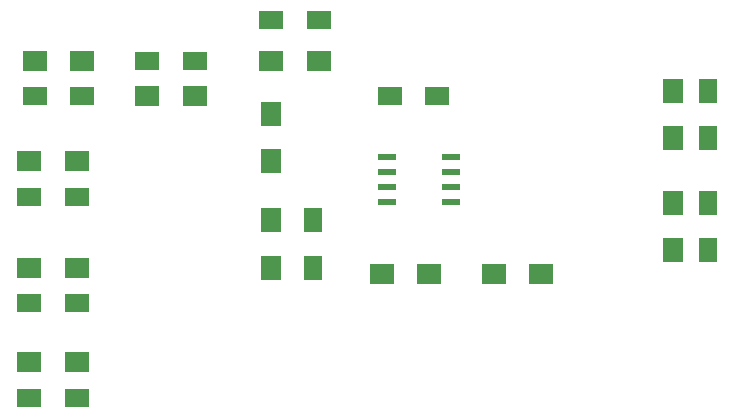
<source format=gbr>
G04 #@! TF.GenerationSoftware,KiCad,Pcbnew,(5.0.0)*
G04 #@! TF.CreationDate,2019-09-20T20:16:55+02:00*
G04 #@! TF.ProjectId,opampprotopcb,6F70616D7070726F746F7063622E6B69,rev?*
G04 #@! TF.SameCoordinates,Original*
G04 #@! TF.FileFunction,Paste,Top*
G04 #@! TF.FilePolarity,Positive*
%FSLAX46Y46*%
G04 Gerber Fmt 4.6, Leading zero omitted, Abs format (unit mm)*
G04 Created by KiCad (PCBNEW (5.0.0)) date 09/20/19 20:16:55*
%MOMM*%
%LPD*%
G01*
G04 APERTURE LIST*
%ADD10R,2.000000X1.600000*%
%ADD11R,1.600000X2.000000*%
%ADD12R,2.000000X1.700000*%
%ADD13R,1.700000X2.000000*%
%ADD14R,1.550000X0.600000*%
G04 APERTURE END LIST*
D10*
G04 #@! TO.C,C1*
X31500000Y-37000000D03*
X27500000Y-37000000D03*
G04 #@! TD*
G04 #@! TO.C,C2*
X31000000Y-62500000D03*
X27000000Y-62500000D03*
G04 #@! TD*
G04 #@! TO.C,C3*
X27000000Y-54500000D03*
X31000000Y-54500000D03*
G04 #@! TD*
G04 #@! TO.C,C4*
X31000000Y-45500000D03*
X27000000Y-45500000D03*
G04 #@! TD*
G04 #@! TO.C,C5*
X41000000Y-34000000D03*
X37000000Y-34000000D03*
G04 #@! TD*
D11*
G04 #@! TO.C,C6*
X51000000Y-47500000D03*
X51000000Y-51500000D03*
G04 #@! TD*
D10*
G04 #@! TO.C,C7*
X47500000Y-30500000D03*
X51500000Y-30500000D03*
G04 #@! TD*
D11*
G04 #@! TO.C,C8*
X84500000Y-36500000D03*
X84500000Y-40500000D03*
G04 #@! TD*
G04 #@! TO.C,C9*
X84500000Y-46000000D03*
X84500000Y-50000000D03*
G04 #@! TD*
D10*
G04 #@! TO.C,C10*
X61500000Y-37000000D03*
X57500000Y-37000000D03*
G04 #@! TD*
D12*
G04 #@! TO.C,R1*
X27500000Y-34000000D03*
X31500000Y-34000000D03*
G04 #@! TD*
G04 #@! TO.C,R2*
X31000000Y-59500000D03*
X27000000Y-59500000D03*
G04 #@! TD*
G04 #@! TO.C,R3*
X31000000Y-51500000D03*
X27000000Y-51500000D03*
G04 #@! TD*
G04 #@! TO.C,R4*
X27000000Y-42500000D03*
X31000000Y-42500000D03*
G04 #@! TD*
G04 #@! TO.C,R5*
X41000000Y-37000000D03*
X37000000Y-37000000D03*
G04 #@! TD*
D13*
G04 #@! TO.C,R6*
X47500000Y-38500000D03*
X47500000Y-42500000D03*
G04 #@! TD*
G04 #@! TO.C,R7*
X47500000Y-51500000D03*
X47500000Y-47500000D03*
G04 #@! TD*
D12*
G04 #@! TO.C,R8*
X47500000Y-34000000D03*
X51500000Y-34000000D03*
G04 #@! TD*
G04 #@! TO.C,R9*
X56860700Y-52021500D03*
X60860700Y-52021500D03*
G04 #@! TD*
G04 #@! TO.C,R10*
X66360700Y-52021500D03*
X70360700Y-52021500D03*
G04 #@! TD*
D13*
G04 #@! TO.C,R11*
X81500000Y-40500000D03*
X81500000Y-36500000D03*
G04 #@! TD*
G04 #@! TO.C,R12*
X81500000Y-46000000D03*
X81500000Y-50000000D03*
G04 #@! TD*
D14*
G04 #@! TO.C,U1*
X62700000Y-42095000D03*
X62700000Y-43365000D03*
X62700000Y-44635000D03*
X62700000Y-45905000D03*
X57300000Y-45905000D03*
X57300000Y-44635000D03*
X57300000Y-43365000D03*
X57300000Y-42095000D03*
G04 #@! TD*
M02*

</source>
